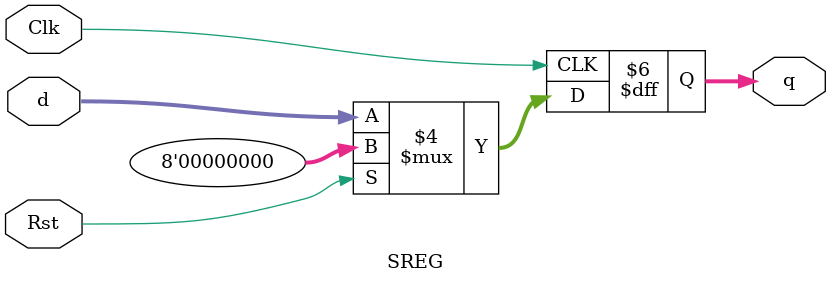
<source format=v>
`timescale 1ns / 1ps

module SREG #(parameter DATAWIDTH = 8)(d, Clk, Rst, q); 
    input [DATAWIDTH-1:0] d;
    input Clk, Rst;
    output reg [DATAWIDTH-1:0] q;
    
    always @(posedge Clk) begin
        if (Rst == 1) begin
            q <= 0;
        end
        else begin
            q <= d;
        end 
    end
endmodule

</source>
